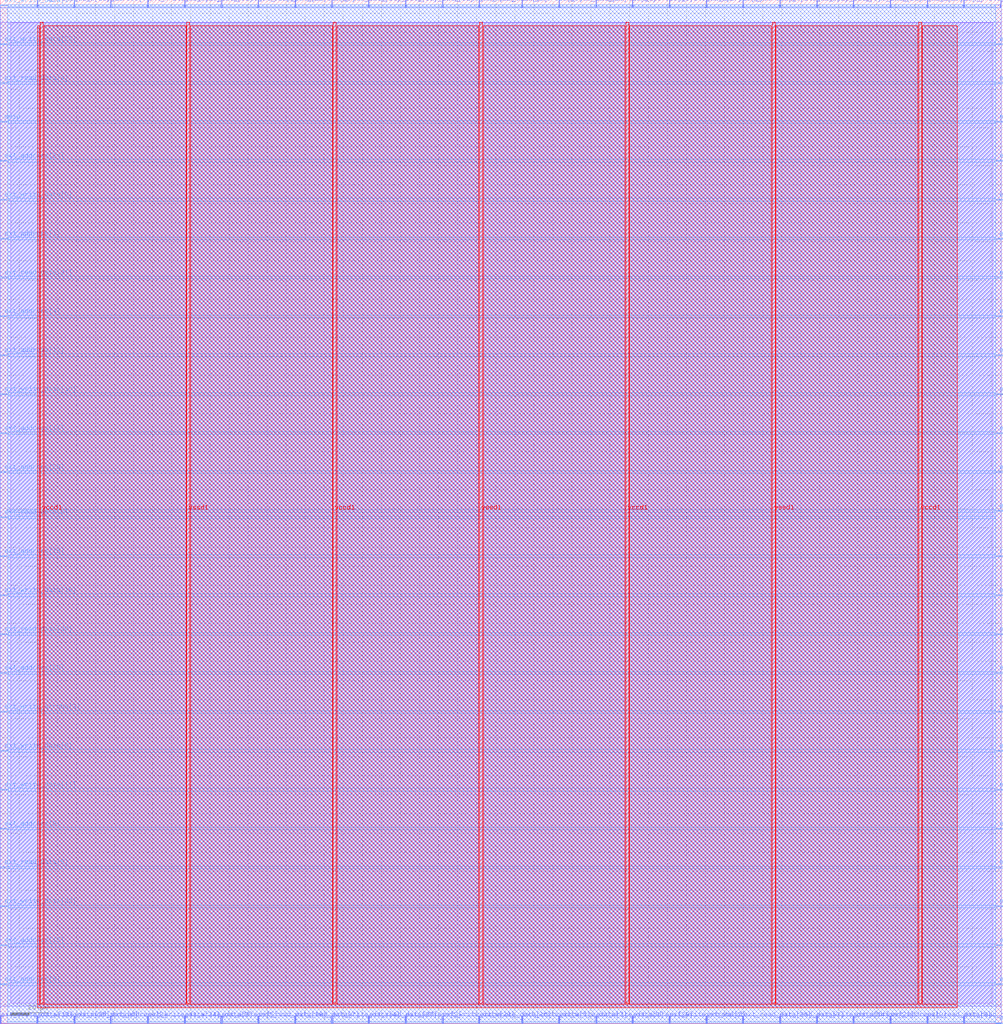
<source format=lef>
VERSION 5.7 ;
  NOWIREEXTENSIONATPIN ON ;
  DIVIDERCHAR "/" ;
  BUSBITCHARS "[]" ;
MACRO core
  CLASS BLOCK ;
  FOREIGN core ;
  ORIGIN 0.000 0.000 ;
  SIZE 526.250 BY 536.970 ;
  PIN clk
    DIRECTION INPUT ;
    USE SIGNAL ;
    PORT
      LAYER met2 ;
        RECT 58.050 532.970 58.330 536.970 ;
    END
  END clk
  PIN ext_address[0]
    DIRECTION OUTPUT TRISTATE ;
    USE SIGNAL ;
    PORT
      LAYER met2 ;
        RECT 466.990 0.000 467.270 4.000 ;
    END
  END ext_address[0]
  PIN ext_address[10]
    DIRECTION OUTPUT TRISTATE ;
    USE SIGNAL ;
    PORT
      LAYER met3 ;
        RECT 522.250 431.840 526.250 432.440 ;
    END
  END ext_address[10]
  PIN ext_address[11]
    DIRECTION OUTPUT TRISTATE ;
    USE SIGNAL ;
    PORT
      LAYER met3 ;
        RECT 0.000 309.440 4.000 310.040 ;
    END
  END ext_address[11]
  PIN ext_address[12]
    DIRECTION OUTPUT TRISTATE ;
    USE SIGNAL ;
    PORT
      LAYER met3 ;
        RECT 0.000 350.240 4.000 350.840 ;
    END
  END ext_address[12]
  PIN ext_address[13]
    DIRECTION OUTPUT TRISTATE ;
    USE SIGNAL ;
    PORT
      LAYER met2 ;
        RECT 331.750 532.970 332.030 536.970 ;
    END
  END ext_address[13]
  PIN ext_address[14]
    DIRECTION OUTPUT TRISTATE ;
    USE SIGNAL ;
    PORT
      LAYER met2 ;
        RECT 389.710 532.970 389.990 536.970 ;
    END
  END ext_address[14]
  PIN ext_address[15]
    DIRECTION OUTPUT TRISTATE ;
    USE SIGNAL ;
    PORT
      LAYER met3 ;
        RECT 0.000 40.840 4.000 41.440 ;
    END
  END ext_address[15]
  PIN ext_address[16]
    DIRECTION OUTPUT TRISTATE ;
    USE SIGNAL ;
    PORT
      LAYER met3 ;
        RECT 0.000 244.840 4.000 245.440 ;
    END
  END ext_address[16]
  PIN ext_address[17]
    DIRECTION OUTPUT TRISTATE ;
    USE SIGNAL ;
    PORT
      LAYER met3 ;
        RECT 522.250 370.640 526.250 371.240 ;
    END
  END ext_address[17]
  PIN ext_address[18]
    DIRECTION OUTPUT TRISTATE ;
    USE SIGNAL ;
    PORT
      LAYER met3 ;
        RECT 522.250 289.040 526.250 289.640 ;
    END
  END ext_address[18]
  PIN ext_address[19]
    DIRECTION OUTPUT TRISTATE ;
    USE SIGNAL ;
    PORT
      LAYER met3 ;
        RECT 522.250 20.440 526.250 21.040 ;
    END
  END ext_address[19]
  PIN ext_address[1]
    DIRECTION OUTPUT TRISTATE ;
    USE SIGNAL ;
    PORT
      LAYER met3 ;
        RECT 0.000 411.440 4.000 412.040 ;
    END
  END ext_address[1]
  PIN ext_address[20]
    DIRECTION OUTPUT TRISTATE ;
    USE SIGNAL ;
    PORT
      LAYER met2 ;
        RECT 331.750 0.000 332.030 4.000 ;
    END
  END ext_address[20]
  PIN ext_address[21]
    DIRECTION OUTPUT TRISTATE ;
    USE SIGNAL ;
    PORT
      LAYER met2 ;
        RECT 447.670 0.000 447.950 4.000 ;
    END
  END ext_address[21]
  PIN ext_address[22]
    DIRECTION OUTPUT TRISTATE ;
    USE SIGNAL ;
    PORT
      LAYER met3 ;
        RECT 522.250 122.440 526.250 123.040 ;
    END
  END ext_address[22]
  PIN ext_address[23]
    DIRECTION OUTPUT TRISTATE ;
    USE SIGNAL ;
    PORT
      LAYER met2 ;
        RECT 273.790 532.970 274.070 536.970 ;
    END
  END ext_address[23]
  PIN ext_address[24]
    DIRECTION OUTPUT TRISTATE ;
    USE SIGNAL ;
    PORT
      LAYER met3 ;
        RECT 0.000 452.240 4.000 452.840 ;
    END
  END ext_address[24]
  PIN ext_address[25]
    DIRECTION OUTPUT TRISTATE ;
    USE SIGNAL ;
    PORT
      LAYER met2 ;
        RECT 154.650 532.970 154.930 536.970 ;
    END
  END ext_address[25]
  PIN ext_address[26]
    DIRECTION OUTPUT TRISTATE ;
    USE SIGNAL ;
    PORT
      LAYER met3 ;
        RECT 522.250 493.040 526.250 493.640 ;
    END
  END ext_address[26]
  PIN ext_address[27]
    DIRECTION OUTPUT TRISTATE ;
    USE SIGNAL ;
    PORT
      LAYER met2 ;
        RECT 312.430 532.970 312.710 536.970 ;
    END
  END ext_address[27]
  PIN ext_address[28]
    DIRECTION OUTPUT TRISTATE ;
    USE SIGNAL ;
    PORT
      LAYER met3 ;
        RECT 522.250 102.040 526.250 102.640 ;
    END
  END ext_address[28]
  PIN ext_address[29]
    DIRECTION OUTPUT TRISTATE ;
    USE SIGNAL ;
    PORT
      LAYER met3 ;
        RECT 0.000 289.040 4.000 289.640 ;
    END
  END ext_address[29]
  PIN ext_address[2]
    DIRECTION OUTPUT TRISTATE ;
    USE SIGNAL ;
    PORT
      LAYER met2 ;
        RECT 212.610 0.000 212.890 4.000 ;
    END
  END ext_address[2]
  PIN ext_address[30]
    DIRECTION OUTPUT TRISTATE ;
    USE SIGNAL ;
    PORT
      LAYER met3 ;
        RECT 0.000 183.640 4.000 184.240 ;
    END
  END ext_address[30]
  PIN ext_address[31]
    DIRECTION OUTPUT TRISTATE ;
    USE SIGNAL ;
    PORT
      LAYER met3 ;
        RECT 522.250 81.640 526.250 82.240 ;
    END
  END ext_address[31]
  PIN ext_address[3]
    DIRECTION OUTPUT TRISTATE ;
    USE SIGNAL ;
    PORT
      LAYER met2 ;
        RECT 370.390 532.970 370.670 536.970 ;
    END
  END ext_address[3]
  PIN ext_address[4]
    DIRECTION OUTPUT TRISTATE ;
    USE SIGNAL ;
    PORT
      LAYER met3 ;
        RECT 0.000 370.640 4.000 371.240 ;
    END
  END ext_address[4]
  PIN ext_address[5]
    DIRECTION OUTPUT TRISTATE ;
    USE SIGNAL ;
    PORT
      LAYER met2 ;
        RECT 116.010 0.000 116.290 4.000 ;
    END
  END ext_address[5]
  PIN ext_address[6]
    DIRECTION OUTPUT TRISTATE ;
    USE SIGNAL ;
    PORT
      LAYER met3 ;
        RECT 0.000 20.440 4.000 21.040 ;
    END
  END ext_address[6]
  PIN ext_address[7]
    DIRECTION OUTPUT TRISTATE ;
    USE SIGNAL ;
    PORT
      LAYER met2 ;
        RECT 486.310 532.970 486.590 536.970 ;
    END
  END ext_address[7]
  PIN ext_address[8]
    DIRECTION OUTPUT TRISTATE ;
    USE SIGNAL ;
    PORT
      LAYER met2 ;
        RECT 58.050 0.000 58.330 4.000 ;
    END
  END ext_address[8]
  PIN ext_address[9]
    DIRECTION OUTPUT TRISTATE ;
    USE SIGNAL ;
    PORT
      LAYER met3 ;
        RECT 0.000 102.040 4.000 102.640 ;
    END
  END ext_address[9]
  PIN ext_instruction
    DIRECTION OUTPUT TRISTATE ;
    USE SIGNAL ;
    PORT
      LAYER met2 ;
        RECT 524.950 532.970 525.230 536.970 ;
    END
  END ext_instruction
  PIN ext_read_data[0]
    DIRECTION INPUT ;
    USE SIGNAL ;
    PORT
      LAYER met2 ;
        RECT 428.350 532.970 428.630 536.970 ;
    END
  END ext_read_data[0]
  PIN ext_read_data[10]
    DIRECTION INPUT ;
    USE SIGNAL ;
    PORT
      LAYER met3 ;
        RECT 522.250 452.240 526.250 452.840 ;
    END
  END ext_read_data[10]
  PIN ext_read_data[11]
    DIRECTION INPUT ;
    USE SIGNAL ;
    PORT
      LAYER met3 ;
        RECT 522.250 513.440 526.250 514.040 ;
    END
  END ext_read_data[11]
  PIN ext_read_data[12]
    DIRECTION INPUT ;
    USE SIGNAL ;
    PORT
      LAYER met3 ;
        RECT 522.250 224.440 526.250 225.040 ;
    END
  END ext_read_data[12]
  PIN ext_read_data[13]
    DIRECTION INPUT ;
    USE SIGNAL ;
    PORT
      LAYER met3 ;
        RECT 522.250 183.640 526.250 184.240 ;
    END
  END ext_read_data[13]
  PIN ext_read_data[14]
    DIRECTION INPUT ;
    USE SIGNAL ;
    PORT
      LAYER met2 ;
        RECT 173.970 532.970 174.250 536.970 ;
    END
  END ext_read_data[14]
  PIN ext_read_data[15]
    DIRECTION INPUT ;
    USE SIGNAL ;
    PORT
      LAYER met2 ;
        RECT 193.290 532.970 193.570 536.970 ;
    END
  END ext_read_data[15]
  PIN ext_read_data[16]
    DIRECTION INPUT ;
    USE SIGNAL ;
    PORT
      LAYER met3 ;
        RECT 522.250 411.440 526.250 412.040 ;
    END
  END ext_read_data[16]
  PIN ext_read_data[17]
    DIRECTION INPUT ;
    USE SIGNAL ;
    PORT
      LAYER met2 ;
        RECT 251.250 532.970 251.530 536.970 ;
    END
  END ext_read_data[17]
  PIN ext_read_data[18]
    DIRECTION INPUT ;
    USE SIGNAL ;
    PORT
      LAYER met2 ;
        RECT 135.330 0.000 135.610 4.000 ;
    END
  END ext_read_data[18]
  PIN ext_read_data[19]
    DIRECTION INPUT ;
    USE SIGNAL ;
    PORT
      LAYER met2 ;
        RECT 212.610 532.970 212.890 536.970 ;
    END
  END ext_read_data[19]
  PIN ext_read_data[1]
    DIRECTION INPUT ;
    USE SIGNAL ;
    PORT
      LAYER met3 ;
        RECT 522.250 0.040 526.250 0.640 ;
    END
  END ext_read_data[1]
  PIN ext_read_data[20]
    DIRECTION INPUT ;
    USE SIGNAL ;
    PORT
      LAYER met2 ;
        RECT 293.110 532.970 293.390 536.970 ;
    END
  END ext_read_data[20]
  PIN ext_read_data[21]
    DIRECTION INPUT ;
    USE SIGNAL ;
    PORT
      LAYER met3 ;
        RECT 0.000 391.040 4.000 391.640 ;
    END
  END ext_read_data[21]
  PIN ext_read_data[22]
    DIRECTION INPUT ;
    USE SIGNAL ;
    PORT
      LAYER met2 ;
        RECT 135.330 532.970 135.610 536.970 ;
    END
  END ext_read_data[22]
  PIN ext_read_data[23]
    DIRECTION INPUT ;
    USE SIGNAL ;
    PORT
      LAYER met3 ;
        RECT 522.250 40.840 526.250 41.440 ;
    END
  END ext_read_data[23]
  PIN ext_read_data[24]
    DIRECTION INPUT ;
    USE SIGNAL ;
    PORT
      LAYER met3 ;
        RECT 522.250 472.640 526.250 473.240 ;
    END
  END ext_read_data[24]
  PIN ext_read_data[25]
    DIRECTION INPUT ;
    USE SIGNAL ;
    PORT
      LAYER met2 ;
        RECT 447.670 532.970 447.950 536.970 ;
    END
  END ext_read_data[25]
  PIN ext_read_data[26]
    DIRECTION INPUT ;
    USE SIGNAL ;
    PORT
      LAYER met2 ;
        RECT 389.710 0.000 389.990 4.000 ;
    END
  END ext_read_data[26]
  PIN ext_read_data[27]
    DIRECTION INPUT ;
    USE SIGNAL ;
    PORT
      LAYER met2 ;
        RECT 193.290 0.000 193.570 4.000 ;
    END
  END ext_read_data[27]
  PIN ext_read_data[28]
    DIRECTION INPUT ;
    USE SIGNAL ;
    PORT
      LAYER met3 ;
        RECT 522.250 142.840 526.250 143.440 ;
    END
  END ext_read_data[28]
  PIN ext_read_data[29]
    DIRECTION INPUT ;
    USE SIGNAL ;
    PORT
      LAYER met3 ;
        RECT 0.000 204.040 4.000 204.640 ;
    END
  END ext_read_data[29]
  PIN ext_read_data[2]
    DIRECTION INPUT ;
    USE SIGNAL ;
    PORT
      LAYER met3 ;
        RECT 0.000 265.240 4.000 265.840 ;
    END
  END ext_read_data[2]
  PIN ext_read_data[30]
    DIRECTION INPUT ;
    USE SIGNAL ;
    PORT
      LAYER met2 ;
        RECT 505.630 0.000 505.910 4.000 ;
    END
  END ext_read_data[30]
  PIN ext_read_data[31]
    DIRECTION INPUT ;
    USE SIGNAL ;
    PORT
      LAYER met2 ;
        RECT 96.690 532.970 96.970 536.970 ;
    END
  END ext_read_data[31]
  PIN ext_read_data[3]
    DIRECTION INPUT ;
    USE SIGNAL ;
    PORT
      LAYER met2 ;
        RECT 409.030 0.000 409.310 4.000 ;
    END
  END ext_read_data[3]
  PIN ext_read_data[4]
    DIRECTION INPUT ;
    USE SIGNAL ;
    PORT
      LAYER met3 ;
        RECT 0.000 493.040 4.000 493.640 ;
    END
  END ext_read_data[4]
  PIN ext_read_data[5]
    DIRECTION INPUT ;
    USE SIGNAL ;
    PORT
      LAYER met3 ;
        RECT 0.000 81.640 4.000 82.240 ;
    END
  END ext_read_data[5]
  PIN ext_read_data[6]
    DIRECTION INPUT ;
    USE SIGNAL ;
    PORT
      LAYER met2 ;
        RECT 38.730 0.000 39.010 4.000 ;
    END
  END ext_read_data[6]
  PIN ext_read_data[7]
    DIRECTION INPUT ;
    USE SIGNAL ;
    PORT
      LAYER met2 ;
        RECT 154.650 0.000 154.930 4.000 ;
    END
  END ext_read_data[7]
  PIN ext_read_data[8]
    DIRECTION INPUT ;
    USE SIGNAL ;
    PORT
      LAYER met2 ;
        RECT 486.310 0.000 486.590 4.000 ;
    END
  END ext_read_data[8]
  PIN ext_read_data[9]
    DIRECTION INPUT ;
    USE SIGNAL ;
    PORT
      LAYER met3 ;
        RECT 522.250 268.640 526.250 269.240 ;
    END
  END ext_read_data[9]
  PIN ext_ready
    DIRECTION INPUT ;
    USE SIGNAL ;
    PORT
      LAYER met3 ;
        RECT 522.250 163.240 526.250 163.840 ;
    END
  END ext_ready
  PIN ext_valid
    DIRECTION OUTPUT TRISTATE ;
    USE SIGNAL ;
    PORT
      LAYER met2 ;
        RECT 370.390 0.000 370.670 4.000 ;
    END
  END ext_valid
  PIN ext_write_data[0]
    DIRECTION OUTPUT TRISTATE ;
    USE SIGNAL ;
    PORT
      LAYER met3 ;
        RECT 0.000 431.840 4.000 432.440 ;
    END
  END ext_write_data[0]
  PIN ext_write_data[10]
    DIRECTION OUTPUT TRISTATE ;
    USE SIGNAL ;
    PORT
      LAYER met3 ;
        RECT 0.000 329.840 4.000 330.440 ;
    END
  END ext_write_data[10]
  PIN ext_write_data[11]
    DIRECTION OUTPUT TRISTATE ;
    USE SIGNAL ;
    PORT
      LAYER met3 ;
        RECT 0.000 122.440 4.000 123.040 ;
    END
  END ext_write_data[11]
  PIN ext_write_data[12]
    DIRECTION OUTPUT TRISTATE ;
    USE SIGNAL ;
    PORT
      LAYER met3 ;
        RECT 522.250 204.040 526.250 204.640 ;
    END
  END ext_write_data[12]
  PIN ext_write_data[13]
    DIRECTION OUTPUT TRISTATE ;
    USE SIGNAL ;
    PORT
      LAYER met3 ;
        RECT 522.250 350.240 526.250 350.840 ;
    END
  END ext_write_data[13]
  PIN ext_write_data[14]
    DIRECTION OUTPUT TRISTATE ;
    USE SIGNAL ;
    PORT
      LAYER met2 ;
        RECT 428.350 0.000 428.630 4.000 ;
    END
  END ext_write_data[14]
  PIN ext_write_data[15]
    DIRECTION OUTPUT TRISTATE ;
    USE SIGNAL ;
    PORT
      LAYER met3 ;
        RECT 522.250 391.040 526.250 391.640 ;
    END
  END ext_write_data[15]
  PIN ext_write_data[16]
    DIRECTION OUTPUT TRISTATE ;
    USE SIGNAL ;
    PORT
      LAYER met2 ;
        RECT 251.250 0.000 251.530 4.000 ;
    END
  END ext_write_data[16]
  PIN ext_write_data[17]
    DIRECTION OUTPUT TRISTATE ;
    USE SIGNAL ;
    PORT
      LAYER met3 ;
        RECT 0.000 533.840 4.000 534.440 ;
    END
  END ext_write_data[17]
  PIN ext_write_data[18]
    DIRECTION OUTPUT TRISTATE ;
    USE SIGNAL ;
    PORT
      LAYER met3 ;
        RECT 0.000 224.440 4.000 225.040 ;
    END
  END ext_write_data[18]
  PIN ext_write_data[19]
    DIRECTION OUTPUT TRISTATE ;
    USE SIGNAL ;
    PORT
      LAYER met2 ;
        RECT 0.090 0.000 0.370 4.000 ;
    END
  END ext_write_data[19]
  PIN ext_write_data[1]
    DIRECTION OUTPUT TRISTATE ;
    USE SIGNAL ;
    PORT
      LAYER met2 ;
        RECT 312.430 0.000 312.710 4.000 ;
    END
  END ext_write_data[1]
  PIN ext_write_data[20]
    DIRECTION OUTPUT TRISTATE ;
    USE SIGNAL ;
    PORT
      LAYER met2 ;
        RECT 77.370 532.970 77.650 536.970 ;
    END
  END ext_write_data[20]
  PIN ext_write_data[21]
    DIRECTION OUTPUT TRISTATE ;
    USE SIGNAL ;
    PORT
      LAYER met2 ;
        RECT 231.930 532.970 232.210 536.970 ;
    END
  END ext_write_data[21]
  PIN ext_write_data[22]
    DIRECTION OUTPUT TRISTATE ;
    USE SIGNAL ;
    PORT
      LAYER met3 ;
        RECT 0.000 61.240 4.000 61.840 ;
    END
  END ext_write_data[22]
  PIN ext_write_data[23]
    DIRECTION OUTPUT TRISTATE ;
    USE SIGNAL ;
    PORT
      LAYER met3 ;
        RECT 0.000 513.440 4.000 514.040 ;
    END
  END ext_write_data[23]
  PIN ext_write_data[24]
    DIRECTION OUTPUT TRISTATE ;
    USE SIGNAL ;
    PORT
      LAYER met2 ;
        RECT 77.370 0.000 77.650 4.000 ;
    END
  END ext_write_data[24]
  PIN ext_write_data[25]
    DIRECTION OUTPUT TRISTATE ;
    USE SIGNAL ;
    PORT
      LAYER met2 ;
        RECT 19.410 0.000 19.690 4.000 ;
    END
  END ext_write_data[25]
  PIN ext_write_data[26]
    DIRECTION OUTPUT TRISTATE ;
    USE SIGNAL ;
    PORT
      LAYER met2 ;
        RECT 466.990 532.970 467.270 536.970 ;
    END
  END ext_write_data[26]
  PIN ext_write_data[27]
    DIRECTION OUTPUT TRISTATE ;
    USE SIGNAL ;
    PORT
      LAYER met2 ;
        RECT 351.070 532.970 351.350 536.970 ;
    END
  END ext_write_data[27]
  PIN ext_write_data[28]
    DIRECTION OUTPUT TRISTATE ;
    USE SIGNAL ;
    PORT
      LAYER met2 ;
        RECT 231.930 0.000 232.210 4.000 ;
    END
  END ext_write_data[28]
  PIN ext_write_data[29]
    DIRECTION OUTPUT TRISTATE ;
    USE SIGNAL ;
    PORT
      LAYER met2 ;
        RECT 505.630 532.970 505.910 536.970 ;
    END
  END ext_write_data[29]
  PIN ext_write_data[2]
    DIRECTION OUTPUT TRISTATE ;
    USE SIGNAL ;
    PORT
      LAYER met3 ;
        RECT 522.250 61.240 526.250 61.840 ;
    END
  END ext_write_data[2]
  PIN ext_write_data[30]
    DIRECTION OUTPUT TRISTATE ;
    USE SIGNAL ;
    PORT
      LAYER met2 ;
        RECT 19.410 532.970 19.690 536.970 ;
    END
  END ext_write_data[30]
  PIN ext_write_data[31]
    DIRECTION OUTPUT TRISTATE ;
    USE SIGNAL ;
    PORT
      LAYER met3 ;
        RECT 522.250 309.440 526.250 310.040 ;
    END
  END ext_write_data[31]
  PIN ext_write_data[3]
    DIRECTION OUTPUT TRISTATE ;
    USE SIGNAL ;
    PORT
      LAYER met2 ;
        RECT 96.690 0.000 96.970 4.000 ;
    END
  END ext_write_data[3]
  PIN ext_write_data[4]
    DIRECTION OUTPUT TRISTATE ;
    USE SIGNAL ;
    PORT
      LAYER met2 ;
        RECT 173.970 0.000 174.250 4.000 ;
    END
  END ext_write_data[4]
  PIN ext_write_data[5]
    DIRECTION OUTPUT TRISTATE ;
    USE SIGNAL ;
    PORT
      LAYER met2 ;
        RECT 273.790 0.000 274.070 4.000 ;
    END
  END ext_write_data[5]
  PIN ext_write_data[6]
    DIRECTION OUTPUT TRISTATE ;
    USE SIGNAL ;
    PORT
      LAYER met3 ;
        RECT 522.250 329.840 526.250 330.440 ;
    END
  END ext_write_data[6]
  PIN ext_write_data[7]
    DIRECTION OUTPUT TRISTATE ;
    USE SIGNAL ;
    PORT
      LAYER met2 ;
        RECT 293.110 0.000 293.390 4.000 ;
    END
  END ext_write_data[7]
  PIN ext_write_data[8]
    DIRECTION OUTPUT TRISTATE ;
    USE SIGNAL ;
    PORT
      LAYER met3 ;
        RECT 0.000 142.840 4.000 143.440 ;
    END
  END ext_write_data[8]
  PIN ext_write_data[9]
    DIRECTION OUTPUT TRISTATE ;
    USE SIGNAL ;
    PORT
      LAYER met2 ;
        RECT 409.030 532.970 409.310 536.970 ;
    END
  END ext_write_data[9]
  PIN ext_write_strobe[0]
    DIRECTION OUTPUT TRISTATE ;
    USE SIGNAL ;
    PORT
      LAYER met2 ;
        RECT 38.730 532.970 39.010 536.970 ;
    END
  END ext_write_strobe[0]
  PIN ext_write_strobe[1]
    DIRECTION OUTPUT TRISTATE ;
    USE SIGNAL ;
    PORT
      LAYER met2 ;
        RECT 116.010 532.970 116.290 536.970 ;
    END
  END ext_write_strobe[1]
  PIN ext_write_strobe[2]
    DIRECTION OUTPUT TRISTATE ;
    USE SIGNAL ;
    PORT
      LAYER met2 ;
        RECT 351.070 0.000 351.350 4.000 ;
    END
  END ext_write_strobe[2]
  PIN ext_write_strobe[3]
    DIRECTION OUTPUT TRISTATE ;
    USE SIGNAL ;
    PORT
      LAYER met3 ;
        RECT 0.000 163.240 4.000 163.840 ;
    END
  END ext_write_strobe[3]
  PIN meip
    DIRECTION INPUT ;
    USE SIGNAL ;
    PORT
      LAYER met3 ;
        RECT 0.000 472.640 4.000 473.240 ;
    END
  END meip
  PIN reset
    DIRECTION INPUT ;
    USE SIGNAL ;
    PORT
      LAYER met3 ;
        RECT 522.250 244.840 526.250 245.440 ;
    END
  END reset
  PIN vccd1
    DIRECTION INOUT ;
    USE POWER ;
    PORT
      LAYER met4 ;
        RECT 21.040 10.640 22.640 525.200 ;
    END
    PORT
      LAYER met4 ;
        RECT 174.640 10.640 176.240 525.200 ;
    END
    PORT
      LAYER met4 ;
        RECT 328.240 10.640 329.840 525.200 ;
    END
    PORT
      LAYER met4 ;
        RECT 481.840 10.640 483.440 525.200 ;
    END
  END vccd1
  PIN vssd1
    DIRECTION INOUT ;
    USE GROUND ;
    PORT
      LAYER met4 ;
        RECT 97.840 10.640 99.440 525.200 ;
    END
    PORT
      LAYER met4 ;
        RECT 251.440 10.640 253.040 525.200 ;
    END
    PORT
      LAYER met4 ;
        RECT 405.040 10.640 406.640 525.200 ;
    END
  END vssd1
  OBS
      LAYER li1 ;
        RECT 5.520 10.795 520.720 525.045 ;
      LAYER met1 ;
        RECT 0.070 9.220 525.250 525.200 ;
      LAYER met2 ;
        RECT 0.100 532.690 19.130 534.325 ;
        RECT 19.970 532.690 38.450 534.325 ;
        RECT 39.290 532.690 57.770 534.325 ;
        RECT 58.610 532.690 77.090 534.325 ;
        RECT 77.930 532.690 96.410 534.325 ;
        RECT 97.250 532.690 115.730 534.325 ;
        RECT 116.570 532.690 135.050 534.325 ;
        RECT 135.890 532.690 154.370 534.325 ;
        RECT 155.210 532.690 173.690 534.325 ;
        RECT 174.530 532.690 193.010 534.325 ;
        RECT 193.850 532.690 212.330 534.325 ;
        RECT 213.170 532.690 231.650 534.325 ;
        RECT 232.490 532.690 250.970 534.325 ;
        RECT 251.810 532.690 273.510 534.325 ;
        RECT 274.350 532.690 292.830 534.325 ;
        RECT 293.670 532.690 312.150 534.325 ;
        RECT 312.990 532.690 331.470 534.325 ;
        RECT 332.310 532.690 350.790 534.325 ;
        RECT 351.630 532.690 370.110 534.325 ;
        RECT 370.950 532.690 389.430 534.325 ;
        RECT 390.270 532.690 408.750 534.325 ;
        RECT 409.590 532.690 428.070 534.325 ;
        RECT 428.910 532.690 447.390 534.325 ;
        RECT 448.230 532.690 466.710 534.325 ;
        RECT 467.550 532.690 486.030 534.325 ;
        RECT 486.870 532.690 505.350 534.325 ;
        RECT 506.190 532.690 524.670 534.325 ;
        RECT 0.100 4.280 525.220 532.690 ;
        RECT 0.650 0.155 19.130 4.280 ;
        RECT 19.970 0.155 38.450 4.280 ;
        RECT 39.290 0.155 57.770 4.280 ;
        RECT 58.610 0.155 77.090 4.280 ;
        RECT 77.930 0.155 96.410 4.280 ;
        RECT 97.250 0.155 115.730 4.280 ;
        RECT 116.570 0.155 135.050 4.280 ;
        RECT 135.890 0.155 154.370 4.280 ;
        RECT 155.210 0.155 173.690 4.280 ;
        RECT 174.530 0.155 193.010 4.280 ;
        RECT 193.850 0.155 212.330 4.280 ;
        RECT 213.170 0.155 231.650 4.280 ;
        RECT 232.490 0.155 250.970 4.280 ;
        RECT 251.810 0.155 273.510 4.280 ;
        RECT 274.350 0.155 292.830 4.280 ;
        RECT 293.670 0.155 312.150 4.280 ;
        RECT 312.990 0.155 331.470 4.280 ;
        RECT 332.310 0.155 350.790 4.280 ;
        RECT 351.630 0.155 370.110 4.280 ;
        RECT 370.950 0.155 389.430 4.280 ;
        RECT 390.270 0.155 408.750 4.280 ;
        RECT 409.590 0.155 428.070 4.280 ;
        RECT 428.910 0.155 447.390 4.280 ;
        RECT 448.230 0.155 466.710 4.280 ;
        RECT 467.550 0.155 486.030 4.280 ;
        RECT 486.870 0.155 505.350 4.280 ;
        RECT 506.190 0.155 525.220 4.280 ;
      LAYER met3 ;
        RECT 4.400 533.440 522.250 534.305 ;
        RECT 4.000 514.440 522.250 533.440 ;
        RECT 4.400 513.040 521.850 514.440 ;
        RECT 4.000 494.040 522.250 513.040 ;
        RECT 4.400 492.640 521.850 494.040 ;
        RECT 4.000 473.640 522.250 492.640 ;
        RECT 4.400 472.240 521.850 473.640 ;
        RECT 4.000 453.240 522.250 472.240 ;
        RECT 4.400 451.840 521.850 453.240 ;
        RECT 4.000 432.840 522.250 451.840 ;
        RECT 4.400 431.440 521.850 432.840 ;
        RECT 4.000 412.440 522.250 431.440 ;
        RECT 4.400 411.040 521.850 412.440 ;
        RECT 4.000 392.040 522.250 411.040 ;
        RECT 4.400 390.640 521.850 392.040 ;
        RECT 4.000 371.640 522.250 390.640 ;
        RECT 4.400 370.240 521.850 371.640 ;
        RECT 4.000 351.240 522.250 370.240 ;
        RECT 4.400 349.840 521.850 351.240 ;
        RECT 4.000 330.840 522.250 349.840 ;
        RECT 4.400 329.440 521.850 330.840 ;
        RECT 4.000 310.440 522.250 329.440 ;
        RECT 4.400 309.040 521.850 310.440 ;
        RECT 4.000 290.040 522.250 309.040 ;
        RECT 4.400 288.640 521.850 290.040 ;
        RECT 4.000 269.640 522.250 288.640 ;
        RECT 4.000 268.240 521.850 269.640 ;
        RECT 4.000 266.240 522.250 268.240 ;
        RECT 4.400 264.840 522.250 266.240 ;
        RECT 4.000 245.840 522.250 264.840 ;
        RECT 4.400 244.440 521.850 245.840 ;
        RECT 4.000 225.440 522.250 244.440 ;
        RECT 4.400 224.040 521.850 225.440 ;
        RECT 4.000 205.040 522.250 224.040 ;
        RECT 4.400 203.640 521.850 205.040 ;
        RECT 4.000 184.640 522.250 203.640 ;
        RECT 4.400 183.240 521.850 184.640 ;
        RECT 4.000 164.240 522.250 183.240 ;
        RECT 4.400 162.840 521.850 164.240 ;
        RECT 4.000 143.840 522.250 162.840 ;
        RECT 4.400 142.440 521.850 143.840 ;
        RECT 4.000 123.440 522.250 142.440 ;
        RECT 4.400 122.040 521.850 123.440 ;
        RECT 4.000 103.040 522.250 122.040 ;
        RECT 4.400 101.640 521.850 103.040 ;
        RECT 4.000 82.640 522.250 101.640 ;
        RECT 4.400 81.240 521.850 82.640 ;
        RECT 4.000 62.240 522.250 81.240 ;
        RECT 4.400 60.840 521.850 62.240 ;
        RECT 4.000 41.840 522.250 60.840 ;
        RECT 4.400 40.440 521.850 41.840 ;
        RECT 4.000 21.440 522.250 40.440 ;
        RECT 4.400 20.040 521.850 21.440 ;
        RECT 4.000 1.040 522.250 20.040 ;
        RECT 4.000 0.175 521.850 1.040 ;
      LAYER met4 ;
        RECT 19.615 10.240 20.640 523.425 ;
        RECT 23.040 10.240 97.440 523.425 ;
        RECT 99.840 10.240 174.240 523.425 ;
        RECT 176.640 10.240 251.040 523.425 ;
        RECT 253.440 10.240 327.840 523.425 ;
        RECT 330.240 10.240 404.640 523.425 ;
        RECT 407.040 10.240 481.440 523.425 ;
        RECT 483.840 10.240 502.025 523.425 ;
        RECT 19.615 8.335 502.025 10.240 ;
  END
END core
END LIBRARY


</source>
